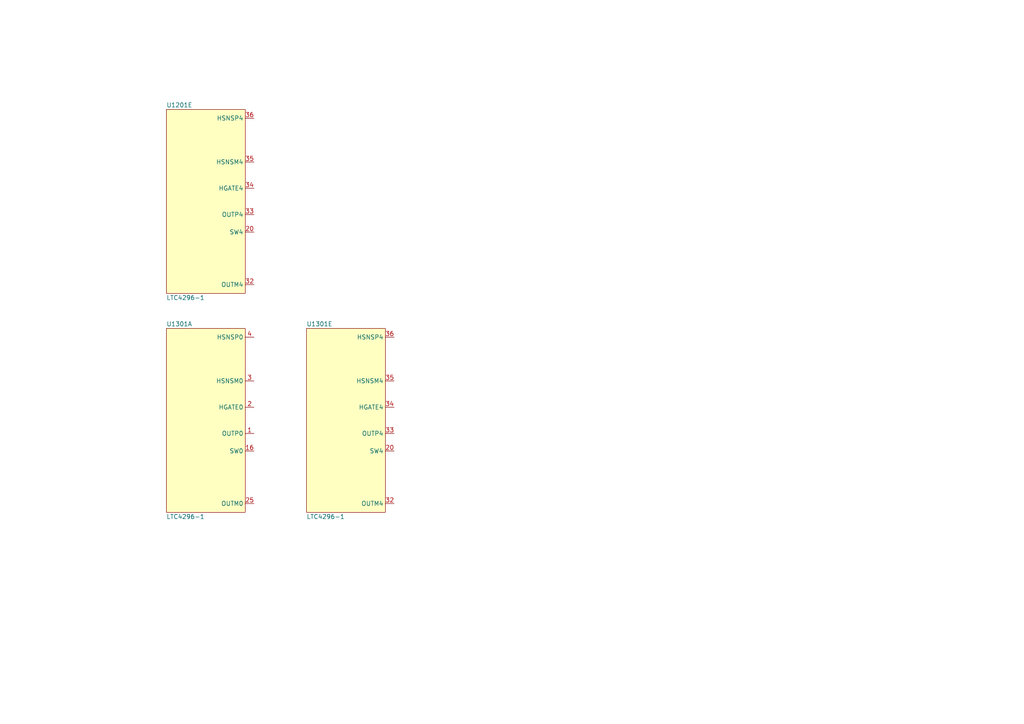
<source format=kicad_sch>
(kicad_sch (version 20211123) (generator eeschema)
  (paper "A4")
  (lib_symbols
    (symbol "LTC4296-1:LTC4296-1"
      (property "Reference" "U" (at 0 1.27 0))
      (property "Value" "LTC4296-1" (at 0 -54.61 0))
      (symbol "LTC4296-1_0_1"
        (rectangle (start 0 0) (end 22.86 -53.34) (fill (type background)))
      )
      (symbol "LTC4296-1_1_1"
        (pin output line (at 25.4 -30.48 180) (length 2.54) (name "OUTP0") (number "1"))
        (pin output line (at 25.4 -35.56 180) (length 2.54) (name "SW0") (number "16"))
        (pin output line (at 25.4 -22.86 180) (length 2.54) (name "HGATE0") (number "2"))
        (pin output line (at 25.4 -50.8 180) (length 2.54) (name "OUTM0") (number "25"))
        (pin input line (at 25.4 -15.24 180) (length 2.54) (name "HSNSM0") (number "3"))
        (pin input line (at 25.4 -2.54 180) (length 2.54) (name "HSNSP0") (number "4"))
      )
      (symbol "LTC4296-1_2_1"
        (pin output line (at 25.4 -35.56 180) (length 2.54) (name "SW1") (number "17"))
        (pin output line (at 25.4 -50.8 180) (length 2.54) (name "OUTM1") (number "27"))
        (pin output line (at 25.4 -30.48 180) (length 2.54) (name "OUTP1") (number "45"))
        (pin output line (at 25.4 -22.86 180) (length 2.54) (name "HGATE1") (number "46"))
        (pin input line (at 25.4 -15.24 180) (length 2.54) (name "HSNSM1") (number "47"))
        (pin input line (at 25.4 -2.54 180) (length 2.54) (name "HSNSP1") (number "48"))
      )
      (symbol "LTC4296-1_3_1"
        (pin output line (at 25.4 -35.56 180) (length 2.54) (name "SW2") (number "18"))
        (pin output line (at 25.4 -50.8 180) (length 2.54) (name "OUTM2") (number "29"))
        (pin output line (at 25.4 -30.48 180) (length 2.54) (name "OUTP2") (number "41"))
        (pin output line (at 25.4 -22.86 180) (length 2.54) (name "HGATE2") (number "42"))
        (pin input line (at 25.4 -15.24 180) (length 2.54) (name "HSNSM2") (number "43"))
        (pin input line (at 25.4 -2.54 180) (length 2.54) (name "HSNSP2") (number "44"))
      )
      (symbol "LTC4296-1_4_1"
        (pin output line (at 25.4 -35.56 180) (length 2.54) (name "SW3") (number "19"))
        (pin output line (at 25.4 -50.8 180) (length 2.54) (name "OUTM3") (number "30"))
        (pin output line (at 25.4 -30.48 180) (length 2.54) (name "OUTP3") (number "37"))
        (pin output line (at 25.4 -22.86 180) (length 2.54) (name "HGATE3") (number "38"))
        (pin input line (at 25.4 -15.24 180) (length 2.54) (name "HSNSM3") (number "39"))
        (pin input line (at 25.4 -2.54 180) (length 2.54) (name "HSNSP3") (number "40"))
      )
      (symbol "LTC4296-1_5_1"
        (pin output line (at 25.4 -35.56 180) (length 2.54) (name "SW4") (number "20"))
        (pin output line (at 25.4 -50.8 180) (length 2.54) (name "OUTM4") (number "32"))
        (pin output line (at 25.4 -30.48 180) (length 2.54) (name "OUTP4") (number "33"))
        (pin output line (at 25.4 -22.86 180) (length 2.54) (name "HGATE4") (number "34"))
        (pin input line (at 25.4 -15.24 180) (length 2.54) (name "HSNSM4") (number "35"))
        (pin input line (at 25.4 -2.54 180) (length 2.54) (name "HSNSP4") (number "36"))
      )
      (symbol "LTC4296-1_6_1"
        (pin output line (at -2.54 -20.32 0) (length 2.54) (name "SDO") (number "10"))
        (pin input line (at -2.54 -15.24 0) (length 2.54) (name "SCK") (number "11"))
        (pin input line (at -2.54 -22.86 0) (length 2.54) (name "nCS") (number "12"))
        (pin input line (at 25.4 -2.54 180) (length 2.54) (name "AUTO") (number "13"))
        (pin bidirectional line (at 25.4 -5.08 180) (length 2.54) (name "WAKEUP") (number "14"))
        (pin input line (at 25.4 -17.78 180) (length 2.54) (name "NC") (number "15"))
        (pin power_in line (at -2.54 -38.1 0) (length 2.54) (name "GND") (number "21"))
        (pin input line (at -2.54 -25.4 0) (length 2.54) (name "RT") (number "22"))
        (pin output line (at -2.54 -50.8 0) (length 2.54) (name "LGATE") (number "23"))
        (pin input line (at -2.54 -43.18 0) (length 2.54) (name "LSRC") (number "24"))
        (pin input line (at 25.4 -45.72 180) (length 2.54) (name "LSNS0") (number "26"))
        (pin input line (at 25.4 -48.26 180) (length 2.54) (name "LSNS1/LSNS2") (number "28"))
        (pin input line (at 25.4 -50.8 180) (length 2.54) (name "LSNS3/LSNS4") (number "31"))
        (pin power_in line (at -2.54 -40.64 0) (length 2.54) (name "GND") (number "49"))
        (pin input line (at 25.4 -15.24 180) (length 2.54) (name "NC") (number "5"))
        (pin power_in line (at -2.54 -2.54 0) (length 2.54) (name "IN") (number "6"))
        (pin bidirectional line (at -2.54 -10.16 0) (length 2.54) (name "CPO") (number "7"))
        (pin bidirectional line (at 25.4 -7.62 180) (length 2.54) (name "INT") (number "8"))
        (pin input line (at -2.54 -17.78 0) (length 2.54) (name "SDI") (number "9"))
      )
    )
  )
  (symbol (lib_id "LTC4296-1:LTC4296-1") (at 88.9 95.25 0) (unit 5)
    (property "Reference" "U1301" (at 88.9 93.98 0) (effects (justify left)))
    (property "Value" "LTC4296-1" (at 88.9 149.86 0) (effects (justify left)))
    (property "Footprint" "Package_DFN_QFN:QFN-48-1EP_7x7mm_P0.5mm_EP5.3x5.3mm_ThermalVias" (effects hide))
    (property "Datasheet" "https://www.analog.com/media/en/technical-documentation/data-sheets/ltc4296-1.pdf" (effects hide))
  )
  (symbol (lib_id "LTC4296-1:LTC4296-1") (at 48.26 31.75 0) (unit 5)
    (property "Reference" "U1201" (at 48.26 30.48 0) (effects (justify left)))
    (property "Value" "LTC4296-1" (at 48.26 86.36 0) (effects (justify left)))
    (property "Footprint" "Package_DFN_QFN:QFN-48-1EP_7x7mm_P0.5mm_EP5.3x5.3mm_ThermalVias" (effects hide))
    (property "Datasheet" "https://www.analog.com/media/en/technical-documentation/data-sheets/ltc4296-1.pdf" (effects hide))
  )
  (symbol (lib_id "LTC4296-1:LTC4296-1") (at 48.26 95.25 0) (unit 1)
    (property "Reference" "U1301" (at 48.26 93.98 0) (effects (justify left)))
    (property "Value" "LTC4296-1" (at 48.26 149.86 0) (effects (justify left)))
    (property "Footprint" "Package_DFN_QFN:QFN-48-1EP_7x7mm_P0.5mm_EP5.3x5.3mm_ThermalVias" (effects hide))
    (property "Datasheet" "https://www.analog.com/media/en/technical-documentation/data-sheets/ltc4296-1.pdf" (effects hide))
  )
)
</source>
